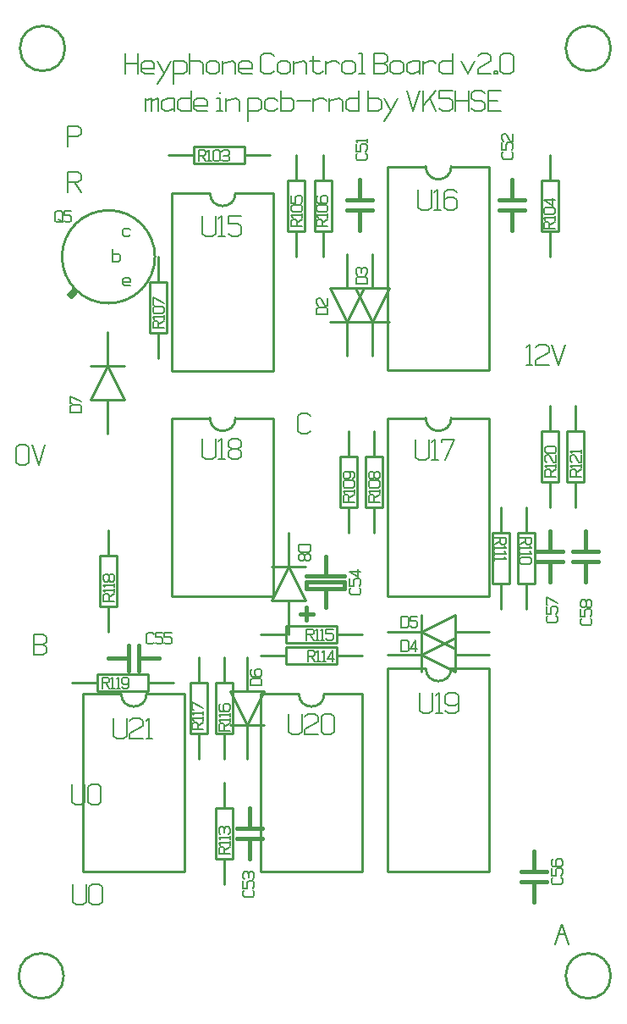
<source format=gbr>
G04 start of page 8 for group 1 layer_idx 8 *
G04 Title: (unknown), top_silk *
G04 Creator: pcb-rnd 2.1.0 *
G04 CreationDate: 2018-12-10 02:10:37 UTC *
G04 For: oscar *
G04 Format: Gerber/RS-274X *
G04 PCB-Dimensions: 244800 394800 *
G04 PCB-Coordinate-Origin: lower left *
%MOIN*%
%FSLAX25Y25*%
%LNTOPSILK*%
%ADD245C,0.0070*%
%ADD244C,0.0150*%
%ADD243C,0.0100*%
G54D243*X32500Y124800D02*Y54800D01*
Y124800D02*X47500D01*
X57500D02*X72500D01*
X28000Y129300D02*X38000D01*
X58000D02*X68000D01*
X58000Y125967D02*X38000D01*
X102500Y124800D02*X117500D01*
X88000Y99300D02*Y109300D01*
X84667D02*X91333D01*
X78000D02*Y99300D01*
X97000D02*Y112633D01*
X90334D02*X103666D01*
X72500Y54800D02*Y124800D01*
X91333Y79800D02*X84667D01*
X74667Y109300D02*X81333D01*
X90334Y125966D02*X103666D01*
X90334D02*X97000Y112633D01*
X103666Y125966D02*X97000Y112633D01*
G54D244*X98000Y67800D02*Y59800D01*
Y79800D02*Y71800D01*
X93000Y67800D02*X103000D01*
X93000Y71800D02*X103000D01*
G54D243*X88000Y49800D02*Y59800D01*
Y79800D02*Y89800D01*
X84667Y59800D02*X91333D01*
X84667D02*Y79800D01*
X91333D02*Y59800D01*
X88000Y129300D02*Y139300D01*
X78000D02*Y129300D01*
X97000Y125966D02*Y139300D01*
X84667Y109300D02*Y129300D01*
X81333D02*Y109300D01*
X74667D02*Y129300D01*
X91333D02*Y109300D01*
Y129300D02*X84667D01*
X81333D02*X74667D01*
X127500Y124800D02*X142500D01*
X72500Y54800D02*X32500D01*
X102500Y124800D02*Y54800D01*
X142500D02*X102500D01*
X142500D02*Y124800D01*
X38000Y132633D02*Y125967D01*
Y132633D02*X58000D01*
Y125967D02*Y132633D01*
X152500Y134800D02*Y54800D01*
X192500D02*X152500D01*
G54D244*X210000Y50800D02*Y42800D01*
Y62800D02*Y54800D01*
X205000Y50800D02*X215000D01*
X205000Y54800D02*X215000D01*
G54D243*X192500D02*Y134800D01*
X102500Y139800D02*X112500D01*
Y143133D02*Y136467D01*
Y143133D02*X132500D01*
Y139800D02*X142500D01*
X132500Y136467D02*X112500D01*
X132500D02*Y143133D01*
Y144967D02*X112500D01*
G54D244*X50500Y138800D02*X42500D01*
X62500D02*X54500D01*
X50500Y143800D02*Y133800D01*
X54500Y143800D02*Y133800D01*
G54D243*X152500Y134800D02*X167500D01*
X177500D02*X192500D01*
X102500Y148300D02*X112500D01*
X42500Y149300D02*Y159300D01*
X39167D02*X45833D01*
X120166Y161634D02*X106834D01*
G54D244*X118000Y156300D02*X123000D01*
X120500Y153800D02*Y158800D01*
G54D243*X132500Y148300D02*X142500D01*
X132500Y144967D02*Y151633D01*
X179166Y155966D02*Y142634D01*
Y155966D02*X165833Y149300D01*
X179166Y142634D02*X165833Y149300D01*
Y155966D02*Y142634D01*
X152500Y140300D02*X165833D01*
X179166Y146966D02*X165833Y140300D01*
X179166D02*X192500D01*
X179166Y146966D02*Y133634D01*
X165833Y140300D01*
Y146966D02*Y133634D01*
X112500Y151633D02*Y144967D01*
X113500Y161634D02*Y148300D01*
X112500Y151633D02*X132500D01*
X152500Y149300D02*X165833D01*
X179166D02*X192500D01*
X67500Y321800D02*Y251800D01*
Y321800D02*X82500D01*
X66000Y336800D02*X76000D01*
Y340133D02*Y333467D01*
X67500Y233300D02*Y163300D01*
X192500D02*Y233300D01*
X152500D02*X167500D01*
X177500D02*X192500D01*
Y252300D02*X152500D01*
X197000Y168300D02*Y158300D01*
X193667Y168300D02*Y188300D01*
X137000Y218300D02*Y228300D01*
X133667Y198300D02*Y218300D01*
X140333D02*Y198300D01*
Y218300D02*X133667D01*
X147000D02*Y228300D01*
X133667Y198300D02*X140333D01*
X143667D02*Y218300D01*
X152500Y233300D02*Y163300D01*
X137000Y188300D02*Y198300D01*
X147000Y188300D02*Y198300D01*
X143667D02*X150333D01*
Y218300D02*Y198300D01*
Y218300D02*X143667D01*
G54D244*X135500Y168800D02*Y166300D01*
G54D243*X113500Y188300D02*Y174967D01*
X120166Y161634D02*X113500Y174967D01*
G54D244*X120500Y171300D02*X135500D01*
X120500Y168800D02*X135500D01*
Y166300D02*X120500D01*
Y168800D01*
X128000Y166300D02*Y158800D01*
Y171300D02*Y178800D01*
G54D243*X107500Y163300D02*X67500D01*
X106834Y161634D02*X113500Y174967D01*
X120166D02*X106834D01*
X192500Y163300D02*X152500D01*
X197000Y198300D02*Y188300D01*
X200333D02*X193667D01*
X200333D02*Y168300D01*
X193667D02*X200333D01*
X203667D02*Y188300D01*
X216500Y228300D02*Y238300D01*
X213167Y208300D02*Y228300D01*
X219833D02*Y208300D01*
Y228300D02*X213167D01*
X207000Y198300D02*Y188300D01*
X216500Y198300D02*Y208300D01*
X213167D02*X219833D01*
X226500Y198300D02*Y208300D01*
X229833Y228300D02*Y208300D01*
X226500Y228300D02*Y238300D01*
X229833Y228300D02*X223167D01*
Y208300D02*X229833D01*
X223167D02*Y228300D01*
X207000Y168300D02*Y158300D01*
X203667Y168300D02*X210333D01*
Y188300D02*X203667D01*
X210333D02*Y168300D01*
G54D244*X216500Y176800D02*Y168800D01*
Y188800D02*Y180800D01*
X230500Y176800D02*Y168800D01*
Y188800D02*Y180800D01*
X225500Y176800D02*X235500D01*
X225500Y180800D02*X235500D01*
X211500Y176800D02*X221500D01*
X211500Y180800D02*X221500D01*
G54D243*X42500Y179300D02*Y189300D01*
X42000Y240634D02*Y227300D01*
X48666Y240634D02*X35334D01*
X42000Y253967D01*
X48666D02*X35334D01*
X39167Y159300D02*Y179300D01*
X45833D02*Y159300D01*
Y179300D02*X39167D01*
X107500Y251800D02*Y321800D01*
X92500D02*X107500D01*
X96000Y336800D02*X106000D01*
X107500Y163300D02*Y233300D01*
X67500D02*X82500D01*
X92500D02*X107500D01*
Y251800D02*X67500D01*
X152500Y332300D02*Y252300D01*
Y332300D02*X167500D01*
X177500D02*X192500D01*
Y252300D02*Y332300D01*
G54D244*X201500Y315300D02*Y307300D01*
X196500Y315300D02*X206500D01*
X196500Y319300D02*X206500D01*
G54D243*X216500Y326800D02*Y336800D01*
X213167Y306800D02*Y326800D01*
G54D244*X201500Y327300D02*Y319300D01*
G54D243*X216500Y296800D02*Y306800D01*
X213167D02*X219833D01*
Y326800D02*Y306800D01*
Y326800D02*X213167D01*
X136500Y257800D02*Y271133D01*
X146500Y257800D02*Y271133D01*
X136500Y284466D02*Y297800D01*
X146500Y284466D02*Y297800D01*
G54D244*X141500Y315300D02*Y307300D01*
Y327300D02*Y319300D01*
X136500Y315300D02*X146500D01*
X136500Y319300D02*X146500D01*
G54D243*X129834Y284466D02*X143166D01*
X139834D02*X153166D01*
X129834D02*X136500Y271133D01*
X143166Y284466D02*X136500Y271133D01*
X129834D02*X143166D01*
X139834Y284466D02*X146500Y271133D01*
X153166Y284466D02*X146500Y271133D01*
X139834D02*X153166D01*
X76000Y340133D02*X96000D01*
Y333467D02*X76000D01*
X96000D02*Y340133D01*
X116500Y326800D02*Y336800D01*
Y296800D02*Y306800D01*
X113167D02*X119833D01*
X113167D02*Y326800D01*
X119833D02*Y306800D01*
Y326800D02*X113167D01*
X123667Y306800D02*Y326800D01*
X127000Y336800D02*Y326800D01*
Y306800D02*Y296800D01*
X123667Y306800D02*X130333D01*
Y326800D02*X123667D01*
X130333D02*Y306800D01*
X62000Y286800D02*Y296800D01*
X58667Y266800D02*Y286800D01*
X65333D02*X58667D01*
X62000Y256800D02*Y266800D01*
X58667D02*X65333D01*
Y286800D02*Y266800D01*
X42000Y267300D02*Y253967D01*
X48666Y240634D02*X42000Y253967D01*
X29800Y282900D02*X27700Y280800D01*
X26500Y282000D02*X27700Y280800D01*
X29200Y283500D02*X27100Y281400D01*
X28600Y284100D02*X26500Y282000D01*
X82500Y233300D02*G75*G03X92500Y233300I5000J0D01*G01*
X82500Y321800D02*G75*G03X92500Y321800I5000J0D01*G01*
X7642Y378800D02*G75*G03X25358Y378800I8858J0D01*G01*
Y378800D02*G75*G03X7642Y378800I-8858J0D01*G01*
X60800Y296800D02*G75*G03X24200Y296800I-18300J0D01*G01*
G75*G03X60800Y296800I18300J0D01*G01*
X167500Y233300D02*G75*G03X177500Y233300I5000J0D01*G01*
X167500Y332300D02*G75*G03X177500Y332300I5000J0D01*G01*
X222642Y378800D02*G75*G03X240358Y378800I8858J0D01*G01*
Y378800D02*G75*G03X222642Y378800I-8858J0D01*G01*
X47500Y124800D02*G75*G03X57500Y124800I5000J0D01*G01*
X117500D02*G75*G03X127500Y124800I5000J0D01*G01*
X167500Y134800D02*G75*G03X177500Y134800I5000J0D01*G01*
X7142Y13800D02*G75*G03X24858Y13800I8858J0D01*G01*
G75*G03X7142Y13800I-8858J0D01*G01*
X222642D02*G75*G03X240358Y13800I8858J0D01*G01*
G75*G03X222642Y13800I-8858J0D01*G01*
G54D245*X144400Y286133D02*X140000D01*
Y288278D01*
X140550Y288993D01*
X143850D01*
X144400Y288278D01*
Y286133D01*
X140550Y289653D02*X140000Y290368D01*
Y291798D01*
X140550Y292513D01*
X141650D01*
X142200Y291798D01*
Y290368D01*
Y291798D01*
X142750Y292513D01*
X143850D01*
X144400Y291798D01*
Y290368D01*
X143850Y289653D01*
X128900Y274133D02*X124500D01*
Y276278D01*
X125050Y276993D01*
X128350D01*
X128900Y276278D01*
Y274133D01*
X125050Y277653D02*X124500Y278368D01*
Y279798D01*
X125050Y280513D01*
X126150D01*
X127800Y277653D01*
X128900D01*
Y280513D01*
X64400Y268800D02*X60000D01*
Y270945D01*
X60550Y271660D01*
X61650D01*
X62200Y270945D01*
Y268800D01*
Y270230D01*
X64400Y271660D01*
X60550Y272320D02*X60000Y273035D01*
X64400D01*
Y272320D01*
Y273750D01*
Y275125D02*X63850Y274410D01*
X60550D01*
X60000Y275125D01*
Y276555D01*
X60550Y277270D01*
X63850D01*
X64400Y276555D01*
Y275125D01*
X60550Y277930D02*X60000D01*
Y280790D01*
X64400Y278645D01*
X48000Y286700D02*X51120D01*
Y287900D01*
X50340Y288500D01*
X48780D01*
X48000Y287900D01*
Y286100D01*
X48780Y285500D01*
X51120D01*
X218400Y307800D02*X214000D01*
Y309945D01*
X214550Y310660D01*
X215650D01*
X216200Y309945D01*
Y307800D01*
Y309230D01*
X218400Y310660D01*
X214550Y311320D02*X214000Y312035D01*
X218400D01*
Y311320D01*
Y312750D01*
Y314125D02*X217850Y313410D01*
X214550D01*
X214000Y314125D01*
Y315555D01*
X214550Y316270D01*
X217850D01*
X218400Y315555D01*
Y314125D01*
Y319075D02*X214000D01*
X217300Y316930D01*
Y319790D01*
X164500Y323300D02*Y316300D01*
X165800Y315300D01*
X168400D01*
X169700Y316300D01*
Y323300D01*
X170900Y322300D02*X172200Y323300D01*
Y315300D01*
X170900D01*
X173500D01*
X174700Y319300D02*X176000Y320300D01*
X178600D01*
X179900Y319300D01*
Y316300D01*
X178600Y315300D01*
X176000D01*
X174700Y316300D01*
Y322300D01*
X176000Y323300D01*
X178600D01*
X179900Y322300D01*
X49000Y368800D02*Y376800D01*
Y372800D01*
X54200D01*
Y376800D01*
Y368800D01*
X55400Y370800D02*X60600D01*
Y372800D01*
X59300Y373800D01*
X56700D01*
X55400Y372800D01*
Y369800D01*
X56700Y368800D01*
X60600D01*
X61800Y364800D02*X64400Y368800D01*
X61800Y373800D01*
X64400Y368800D01*
X67000Y373800D01*
X68200Y364800D02*Y373800D01*
X72100D01*
X73400Y372800D01*
Y369800D01*
X72100Y368800D01*
X68200D01*
X74600D02*Y376800D01*
Y373800D01*
X78500D01*
X79800Y372800D01*
Y368800D01*
X82300D02*X81000Y369800D01*
Y372800D01*
X82300Y373800D01*
X84900D01*
X86200Y372800D01*
Y369800D01*
X84900Y368800D01*
X82300D01*
X87400D02*Y373800D01*
Y372800D01*
X91300Y373800D01*
X92600Y372800D01*
Y368800D01*
X93800Y370800D02*X99000D01*
Y372800D01*
X97700Y373800D01*
X95100D01*
X93800Y372800D01*
Y369800D01*
X95100Y368800D01*
X99000D01*
X107800Y375800D02*X106500Y376800D01*
X103900D01*
X102600Y375800D01*
Y369800D01*
X103900Y368800D01*
X106500D01*
X107800Y369800D01*
X110300Y368800D02*X109000Y369800D01*
Y372800D01*
X110300Y373800D01*
X112900D01*
X114200Y372800D01*
Y369800D01*
X112900Y368800D01*
X110300D01*
X115400D02*Y373800D01*
Y372800D01*
X119300Y373800D01*
X120600Y372800D01*
Y368800D01*
X121800Y373800D02*X125700D01*
X123100D01*
Y375800D01*
Y369800D01*
X124400Y368800D01*
X125700D01*
X127000Y369800D01*
X128200Y368800D02*Y373800D01*
Y372800D01*
X130800Y373800D01*
X132100D01*
X133400Y372800D01*
X135900Y368800D02*X134600Y369800D01*
Y372800D01*
X135900Y373800D01*
X138500D01*
X139800Y372800D01*
Y369800D01*
X138500Y368800D01*
X135900D01*
X141000Y376800D02*X142300D01*
Y368800D01*
X141000D01*
X143600D01*
X147200D02*Y376800D01*
X151100D01*
X152400Y375800D01*
Y373800D01*
X151100Y372800D01*
X147200D01*
X151100D01*
X152400Y371800D01*
Y369800D01*
X151100Y368800D01*
X147200D01*
X154900D02*X153600Y369800D01*
Y372800D01*
X154900Y373800D01*
X157500D01*
X158800Y372800D01*
Y369800D01*
X157500Y368800D01*
X154900D01*
X165200Y369800D02*X162600Y368800D01*
X161300D01*
X160000Y369800D01*
Y372800D01*
X162600Y373800D01*
X165200D01*
Y368800D01*
X166400D02*Y373800D01*
Y372800D01*
X169000Y373800D01*
X170300D01*
X171600Y372800D01*
X178000Y376800D02*Y368800D01*
X174100D01*
X172800Y369800D01*
Y372800D01*
X174100Y373800D01*
X178000D01*
X181600D02*X184200Y368800D01*
X186800Y373800D01*
X188000Y375800D02*X189300Y376800D01*
X191900D01*
X193200Y375800D01*
Y373800D01*
X188000Y370800D01*
Y368800D01*
X193200D01*
X194400D02*Y369800D01*
X195700D01*
Y368800D01*
X194400D01*
X198200D02*X196900Y369800D01*
Y375800D01*
X198200Y376800D01*
X200800D01*
X202100Y375800D01*
Y369800D01*
X200800Y368800D01*
X198200D01*
X57000Y354300D02*Y359300D01*
Y358300D01*
X59600Y359300D01*
Y354300D01*
Y358300D01*
X62200Y359300D01*
Y354300D01*
X68600Y355300D02*X66000Y354300D01*
X64700D01*
X63400Y355300D01*
Y358300D01*
X66000Y359300D01*
X68600D01*
Y354300D01*
X75000Y362300D02*Y354300D01*
X71100D01*
X69800Y355300D01*
Y358300D01*
X71100Y359300D01*
X75000D01*
X76200Y356300D02*X81400D01*
Y358300D01*
X80100Y359300D01*
X77500D01*
X76200Y358300D01*
Y355300D01*
X77500Y354300D01*
X81400D01*
X86300Y361300D03*
X85000Y359300D02*X86300D01*
Y354300D01*
X85000D01*
X87600D01*
X88800D02*Y359300D01*
Y358300D01*
X92700Y359300D01*
X94000Y358300D01*
Y354300D01*
X97600Y350300D02*Y359300D01*
X101500D01*
X102800Y358300D01*
Y355300D01*
X101500Y354300D01*
X97600D01*
X109200Y358300D02*X107900Y359300D01*
X105300D01*
X104000Y358300D01*
Y355300D01*
X105300Y354300D01*
X107900D01*
X109200Y355300D01*
X110400Y362300D02*Y354300D01*
X114300D01*
X115600Y355300D01*
Y358300D01*
X114300Y359300D01*
X110400D01*
X116800Y358300D02*X122000D01*
X123200Y354300D02*Y359300D01*
Y358300D01*
X125800Y359300D01*
X127100D01*
X128400Y358300D01*
X129600Y354300D02*Y359300D01*
Y358300D01*
X133500Y359300D01*
X134800Y358300D01*
Y354300D01*
X141200Y362300D02*Y354300D01*
X137300D01*
X136000Y355300D01*
Y358300D01*
X137300Y359300D01*
X141200D01*
X144800Y362300D02*Y354300D01*
X148700D01*
X150000Y355300D01*
Y358300D01*
X148700Y359300D01*
X144800D01*
X151200Y350300D02*X153800Y354300D01*
X151200Y359300D01*
X153800Y354300D01*
X156400Y359300D01*
X160000Y362300D02*X162600Y354300D01*
X165200Y362300D01*
X166400D02*Y354300D01*
Y356300D01*
X171600Y362300D01*
X169000Y359300D01*
X171600Y354300D01*
X172800Y355300D02*X174100Y354300D01*
X176700D01*
X178000Y355300D01*
Y358300D01*
X176700Y359300D01*
X172800D01*
Y362300D01*
X178000D01*
X179200Y354300D02*Y362300D01*
Y358300D01*
X184400D01*
Y362300D01*
Y354300D01*
X185600Y355300D02*X186900Y354300D01*
X189500D01*
X190800Y355300D01*
Y357300D01*
X189500Y358300D01*
X186900D01*
X185600Y359300D01*
Y361300D01*
X186900Y362300D01*
X189500D01*
X190800Y361300D01*
X197200Y362300D02*X192000D01*
Y358300D01*
X195900D01*
X192000D01*
Y354300D01*
X197200D01*
X79500Y225300D02*Y218300D01*
X80800Y217300D01*
X83400D01*
X84700Y218300D01*
Y225300D01*
X85900Y224300D02*X87200Y225300D01*
Y217300D01*
X85900D01*
X88500D01*
X91000Y221300D02*X89700Y222300D01*
Y224300D01*
X91000Y225300D01*
X93600D01*
X94900Y224300D01*
Y222300D01*
X93600Y221300D01*
X91000D01*
X89700Y220300D01*
Y218300D01*
X91000Y217300D01*
X93600D01*
X94900Y218300D01*
Y220300D01*
X93600Y221300D01*
X122200Y234300D02*X120900Y235300D01*
X118300D01*
X117000Y234300D01*
Y228300D01*
X118300Y227300D01*
X120900D01*
X122200Y228300D01*
X207000Y261300D02*X208300Y262300D01*
Y254300D01*
X207000D01*
X209600D01*
X210800Y261300D02*X212100Y262300D01*
X214700D01*
X216000Y261300D01*
Y259300D01*
X210800Y256300D01*
Y254300D01*
X216000D01*
X217200Y262300D02*X219800Y254300D01*
X222400Y262300D01*
X78000Y334400D02*Y338800D01*
X80145D01*
X80860Y338250D01*
Y337150D01*
X80145Y336600D01*
X78000D01*
X79430D01*
X80860Y334400D01*
X81520Y338250D02*X82235Y338800D01*
Y334400D01*
X81520D01*
X82950D01*
X84325D02*X83610Y334950D01*
Y338250D01*
X84325Y338800D01*
X85755D01*
X86470Y338250D01*
Y334950D01*
X85755Y334400D01*
X84325D01*
X87130Y338250D02*X87845Y338800D01*
X89275D01*
X89990Y338250D01*
Y337150D01*
X89275Y336600D01*
X87845D01*
X89275D01*
X89990Y336050D01*
Y334950D01*
X89275Y334400D01*
X87845D01*
X87130Y334950D01*
X79500Y312800D02*Y305800D01*
X80800Y304800D01*
X83400D01*
X84700Y305800D01*
Y312800D01*
X85900Y311800D02*X87200Y312800D01*
Y304800D01*
X85900D01*
X88500D01*
X89700Y305800D02*X91000Y304800D01*
X93600D01*
X94900Y305800D01*
Y308800D01*
X93600Y309800D01*
X89700D01*
Y312800D01*
X94900D01*
X44000Y299800D02*Y295000D01*
X46340D01*
X47120Y295600D01*
Y297400D01*
X46340Y298000D01*
X44000D01*
X51120Y307400D02*X50340Y308000D01*
X48780D01*
X48000Y307400D01*
Y305600D01*
X48780Y305000D01*
X50340D01*
X51120Y305600D01*
X44500Y115300D02*Y108300D01*
X45800Y107300D01*
X48400D01*
X49700Y108300D01*
Y115300D01*
X50900Y114300D02*X52200Y115300D01*
X54800D01*
X56100Y114300D01*
Y112300D01*
X50900Y109300D01*
Y107300D01*
X56100D01*
X57300Y114300D02*X58600Y115300D01*
Y107300D01*
X57300D01*
X59900D01*
X79900Y110800D02*X75500D01*
Y112945D01*
X76050Y113660D01*
X77150D01*
X77700Y112945D01*
Y110800D01*
Y112230D01*
X79900Y113660D01*
X76050Y114320D02*X75500Y115035D01*
X79900D01*
Y114320D01*
Y115750D01*
X76050Y116410D02*X75500Y117125D01*
X79900D01*
Y116410D01*
Y117840D01*
X76050Y118500D02*X75500D01*
Y121360D01*
X79900Y119215D01*
X90400Y110300D02*X86000D01*
Y112445D01*
X86550Y113160D01*
X87650D01*
X88200Y112445D01*
Y110300D01*
Y111730D01*
X90400Y113160D01*
X86550Y113820D02*X86000Y114535D01*
X90400D01*
Y113820D01*
Y115250D01*
X86550Y115910D02*X86000Y116625D01*
X90400D01*
Y115910D01*
Y117340D01*
X88200Y118000D02*X87650Y118715D01*
Y120145D01*
X88200Y120860D01*
X89850D01*
X90400Y120145D01*
Y118715D01*
X89850Y118000D01*
X86550D01*
X86000Y118715D01*
Y120145D01*
X86550Y120860D01*
X40000Y126900D02*Y131300D01*
X42145D01*
X42860Y130750D01*
Y129650D01*
X42145Y129100D01*
X40000D01*
X41430D01*
X42860Y126900D01*
X43520Y130750D02*X44235Y131300D01*
Y126900D01*
X43520D01*
X44950D01*
X45610Y130750D02*X46325Y131300D01*
Y126900D01*
X45610D01*
X47040D01*
X47700Y127450D02*X48415Y126900D01*
X49845D01*
X50560Y127450D01*
Y130750D01*
X49845Y131300D01*
X48415D01*
X47700Y130750D01*
Y129100D01*
X48415Y128550D01*
X49845D01*
X50560Y129100D01*
X60360Y148250D02*X59645Y148800D01*
X58215D01*
X57500Y148250D01*
Y144950D01*
X58215Y144400D01*
X59645D01*
X60360Y144950D01*
X61020D02*X61735Y144400D01*
X63165D01*
X63880Y144950D01*
Y146600D01*
X63165Y147150D01*
X61020D01*
Y148800D01*
X63880D01*
X64540Y144950D02*X65255Y144400D01*
X66685D01*
X67400Y144950D01*
Y146600D01*
X66685Y147150D01*
X64540D01*
Y148800D01*
X67400D01*
X28000Y89300D02*Y82300D01*
X29300Y81300D01*
X31900D01*
X33200Y82300D01*
Y89300D01*
X35700Y81300D02*X34400Y82300D01*
Y88300D01*
X35700Y89300D01*
X38300D01*
X39600Y88300D01*
Y82300D01*
X38300Y81300D01*
X35700D01*
X90400Y61800D02*X86000D01*
Y63945D01*
X86550Y64660D01*
X87650D01*
X88200Y63945D01*
Y61800D01*
Y63230D01*
X90400Y64660D01*
X86550Y65320D02*X86000Y66035D01*
X90400D01*
Y65320D01*
Y66750D01*
X86550Y67410D02*X86000Y68125D01*
X90400D01*
Y67410D01*
Y68840D01*
X86550Y69500D02*X86000Y70215D01*
Y71645D01*
X86550Y72360D01*
X87650D01*
X88200Y71645D01*
Y70215D01*
Y71645D01*
X88750Y72360D01*
X89850D01*
X90400Y71645D01*
Y70215D01*
X89850Y69500D01*
X28500Y49800D02*Y42800D01*
X29800Y41800D01*
X32400D01*
X33700Y42800D01*
Y49800D01*
X36200Y41800D02*X34900Y42800D01*
Y48800D01*
X36200Y49800D01*
X38800D01*
X40100Y48800D01*
Y42800D01*
X38800Y41800D01*
X36200D01*
X44900Y161300D02*X40500D01*
Y163445D01*
X41050Y164160D01*
X42150D01*
X42700Y163445D01*
Y161300D01*
Y162730D01*
X44900Y164160D01*
X41050Y164820D02*X40500Y165535D01*
X44900D01*
Y164820D01*
Y166250D01*
X41050Y166910D02*X40500Y167625D01*
X44900D01*
Y166910D01*
Y168340D01*
X42700Y169715D02*X42150Y169000D01*
X41050D01*
X40500Y169715D01*
Y171145D01*
X41050Y171860D01*
X42150D01*
X42700Y171145D01*
Y169715D01*
X43250Y169000D01*
X44350D01*
X44900Y169715D01*
Y171145D01*
X44350Y171860D01*
X43250D01*
X42700Y171145D01*
X13000Y140300D02*Y148300D01*
X16900D01*
X18200Y147300D01*
Y145300D01*
X16900Y144300D01*
X13000D01*
X16900D01*
X18200Y143300D01*
Y141300D01*
X16900Y140300D01*
X13000D01*
X217550Y52660D02*X217000Y51945D01*
Y50515D01*
X217550Y49800D01*
X220850D01*
X221400Y50515D01*
Y51945D01*
X220850Y52660D01*
Y53320D02*X221400Y54035D01*
Y55465D01*
X220850Y56180D01*
X219200D01*
X218650Y55465D01*
Y53320D01*
X217000D01*
Y56180D01*
X219200Y56840D02*X218650Y57555D01*
Y58985D01*
X219200Y59700D01*
X220850D01*
X221400Y58985D01*
Y57555D01*
X220850Y56840D01*
X217550D01*
X217000Y57555D01*
Y58985D01*
X217550Y59700D01*
X102900Y128133D02*X98500D01*
Y130278D01*
X99050Y130993D01*
X102350D01*
X102900Y130278D01*
Y128133D01*
X100700Y131653D02*X100150Y132368D01*
Y133798D01*
X100700Y134513D01*
X102350D01*
X102900Y133798D01*
Y132368D01*
X102350Y131653D01*
X99050D01*
X98500Y132368D01*
Y133798D01*
X99050Y134513D01*
X96050Y47660D02*X95500Y46945D01*
Y45515D01*
X96050Y44800D01*
X99350D01*
X99900Y45515D01*
Y46945D01*
X99350Y47660D01*
Y48320D02*X99900Y49035D01*
Y50465D01*
X99350Y51180D01*
X97700D01*
X97150Y50465D01*
Y48320D01*
X95500D01*
Y51180D01*
X96050Y51840D02*X95500Y52555D01*
Y53985D01*
X96050Y54700D01*
X97150D01*
X97700Y53985D01*
Y52555D01*
Y53985D01*
X98250Y54700D01*
X99350D01*
X99900Y53985D01*
Y52555D01*
X99350Y51840D01*
X165000Y125300D02*Y118300D01*
X166300Y117300D01*
X168900D01*
X170200Y118300D01*
Y125300D01*
X171400Y124300D02*X172700Y125300D01*
Y117300D01*
X171400D01*
X174000D01*
X175200Y118300D02*X176500Y117300D01*
X179100D01*
X180400Y118300D01*
Y124300D01*
X179100Y125300D01*
X176500D01*
X175200Y124300D01*
Y121300D01*
X176500Y120300D01*
X179100D01*
X180400Y121300D01*
X113500Y116800D02*Y109800D01*
X114800Y108800D01*
X117400D01*
X118700Y109800D01*
Y116800D01*
X119900Y115800D02*X121200Y116800D01*
X123800D01*
X125100Y115800D01*
Y113800D01*
X119900Y110800D01*
Y108800D01*
X125100D01*
X127600D02*X126300Y109800D01*
Y115800D01*
X127600Y116800D01*
X130200D01*
X131500Y115800D01*
Y109800D01*
X130200Y108800D01*
X127600D01*
X218500Y26300D02*X221100Y34300D01*
X222400Y30300D01*
X219800D01*
X222400D01*
X223700Y26300D01*
X121000Y137400D02*Y141800D01*
X123145D01*
X123860Y141250D01*
Y140150D01*
X123145Y139600D01*
X121000D01*
X122430D01*
X123860Y137400D01*
X124520Y141250D02*X125235Y141800D01*
Y137400D01*
X124520D01*
X125950D01*
X126610Y141250D02*X127325Y141800D01*
Y137400D01*
X126610D01*
X128040D01*
X130845D02*Y141800D01*
X128700Y138500D01*
X131560D01*
X120500Y145900D02*Y150300D01*
X122645D01*
X123360Y149750D01*
Y148650D01*
X122645Y148100D01*
X120500D01*
X121930D01*
X123360Y145900D01*
X124020Y149750D02*X124735Y150300D01*
Y145900D01*
X124020D01*
X125450D01*
X126110Y149750D02*X126825Y150300D01*
Y145900D01*
X126110D01*
X127540D01*
X128200Y146450D02*X128915Y145900D01*
X130345D01*
X131060Y146450D01*
Y148100D01*
X130345Y148650D01*
X128200D01*
Y150300D01*
X131060D01*
X117600Y183467D02*X122000D01*
Y181322D01*
X121450Y180607D01*
X118150D01*
X117600Y181322D01*
Y183467D01*
X119800Y179232D02*X120350Y179947D01*
X121450D01*
X122000Y179232D01*
Y177802D01*
X121450Y177087D01*
X120350D01*
X119800Y177802D01*
Y179232D01*
X119250Y179947D01*
X118150D01*
X117600Y179232D01*
Y177802D01*
X118150Y177087D01*
X119250D01*
X119800Y177802D01*
X138050Y166660D02*X137500Y165945D01*
Y164515D01*
X138050Y163800D01*
X141350D01*
X141900Y164515D01*
Y165945D01*
X141350Y166660D01*
Y167320D02*X141900Y168035D01*
Y169465D01*
X141350Y170180D01*
X139700D01*
X139150Y169465D01*
Y167320D01*
X137500D01*
Y170180D01*
X141900Y172985D02*X137500D01*
X140800Y170840D01*
Y173700D01*
X139400Y200300D02*X135000D01*
Y202445D01*
X135550Y203160D01*
X136650D01*
X137200Y202445D01*
Y200300D01*
Y201730D01*
X139400Y203160D01*
X135550Y203820D02*X135000Y204535D01*
X139400D01*
Y203820D01*
Y205250D01*
Y206625D02*X138850Y205910D01*
X135550D01*
X135000Y206625D01*
Y208055D01*
X135550Y208770D01*
X138850D01*
X139400Y208055D01*
Y206625D01*
X138850Y209430D02*X139400Y210145D01*
Y211575D01*
X138850Y212290D01*
X135550D01*
X135000Y211575D01*
Y210145D01*
X135550Y209430D01*
X137200D01*
X137750Y210145D01*
Y211575D01*
X137200Y212290D01*
X149400Y200300D02*X145000D01*
Y202445D01*
X145550Y203160D01*
X146650D01*
X147200Y202445D01*
Y200300D01*
Y201730D01*
X149400Y203160D01*
X145550Y203820D02*X145000Y204535D01*
X149400D01*
Y203820D01*
Y205250D01*
Y206625D02*X148850Y205910D01*
X145550D01*
X145000Y206625D01*
Y208055D01*
X145550Y208770D01*
X148850D01*
X149400Y208055D01*
Y206625D01*
X147200Y210145D02*X146650Y209430D01*
X145550D01*
X145000Y210145D01*
Y211575D01*
X145550Y212290D01*
X146650D01*
X147200Y211575D01*
Y210145D01*
X147750Y209430D01*
X148850D01*
X149400Y210145D01*
Y211575D01*
X148850Y212290D01*
X147750D01*
X147200Y211575D01*
X228900Y210300D02*X224500D01*
Y212445D01*
X225050Y213160D01*
X226150D01*
X226700Y212445D01*
Y210300D01*
Y211730D01*
X228900Y213160D01*
X225050Y213820D02*X224500Y214535D01*
X228900D01*
Y213820D01*
Y215250D01*
X225050Y215910D02*X224500Y216625D01*
Y218055D01*
X225050Y218770D01*
X226150D01*
X227800Y215910D01*
X228900D01*
Y218770D01*
X225050Y219430D02*X224500Y220145D01*
X228900D01*
Y219430D01*
Y220860D01*
X218900Y210300D02*X214500D01*
Y212445D01*
X215050Y213160D01*
X216150D01*
X216700Y212445D01*
Y210300D01*
Y211730D01*
X218900Y213160D01*
X215050Y213820D02*X214500Y214535D01*
X218900D01*
Y213820D01*
Y215250D01*
X215050Y215910D02*X214500Y216625D01*
Y218055D01*
X215050Y218770D01*
X216150D01*
X217800Y215910D01*
X218900D01*
Y218770D01*
Y220145D02*X218350Y219430D01*
X215050D01*
X214500Y220145D01*
Y221575D01*
X215050Y222290D01*
X218350D01*
X218900Y221575D01*
Y220145D01*
X204600Y186300D02*X209000D01*
Y184155D01*
X208450Y183440D01*
X207350D01*
X206800Y184155D01*
Y186300D01*
Y184870D01*
X204600Y183440D01*
X208450Y182780D02*X209000Y182065D01*
X204600D01*
Y182780D01*
Y181350D01*
X208450Y180690D02*X209000Y179975D01*
X204600D01*
Y180690D01*
Y179260D01*
Y177885D02*X205150Y178600D01*
X208450D01*
X209000Y177885D01*
Y176455D01*
X208450Y175740D01*
X205150D01*
X204600Y176455D01*
Y177885D01*
X194600Y186300D02*X199000D01*
Y184155D01*
X198450Y183440D01*
X197350D01*
X196800Y184155D01*
Y186300D01*
Y184870D01*
X194600Y183440D01*
X198450Y182780D02*X199000Y182065D01*
X194600D01*
Y182780D01*
Y181350D01*
X198450Y180690D02*X199000Y179975D01*
X194600D01*
Y180690D01*
Y179260D01*
X198450Y178600D02*X199000Y177885D01*
X194600D01*
Y178600D01*
Y177170D01*
X163500Y224800D02*Y217800D01*
X164800Y216800D01*
X167400D01*
X168700Y217800D01*
Y224800D01*
X169900Y223800D02*X171200Y224800D01*
Y216800D01*
X169900D01*
X172500D01*
X173700Y223800D02*Y224800D01*
X178900D01*
X175000Y216800D01*
X229050Y154660D02*X228500Y153945D01*
Y152515D01*
X229050Y151800D01*
X232350D01*
X232900Y152515D01*
Y153945D01*
X232350Y154660D01*
Y155320D02*X232900Y156035D01*
Y157465D01*
X232350Y158180D01*
X230700D01*
X230150Y157465D01*
Y155320D01*
X228500D01*
Y158180D01*
X230700Y159555D02*X230150Y158840D01*
X229050D01*
X228500Y159555D01*
Y160985D01*
X229050Y161700D01*
X230150D01*
X230700Y160985D01*
Y159555D01*
X231250Y158840D01*
X232350D01*
X232900Y159555D01*
Y160985D01*
X232350Y161700D01*
X231250D01*
X230700Y160985D01*
X215550Y155660D02*X215000Y154945D01*
Y153515D01*
X215550Y152800D01*
X218850D01*
X219400Y153515D01*
Y154945D01*
X218850Y155660D01*
Y156320D02*X219400Y157035D01*
Y158465D01*
X218850Y159180D01*
X217200D01*
X216650Y158465D01*
Y156320D01*
X215000D01*
Y159180D01*
X215550Y159840D02*X215000D01*
Y162700D01*
X219400Y160555D01*
X157833Y141400D02*Y145800D01*
X159978D01*
X160693Y145250D01*
Y141950D01*
X159978Y141400D01*
X157833D01*
X163498D02*Y145800D01*
X161353Y142500D01*
X164213D01*
X157833Y150900D02*Y155300D01*
X159978D01*
X160693Y154750D01*
Y151450D01*
X159978Y150900D01*
X157833D01*
X161353Y151450D02*X162068Y150900D01*
X163498D01*
X164213Y151450D01*
Y153100D01*
X163498Y153650D01*
X161353D01*
Y155300D01*
X164213D01*
X118900Y308800D02*X114500D01*
Y310945D01*
X115050Y311660D01*
X116150D01*
X116700Y310945D01*
Y308800D01*
Y310230D01*
X118900Y311660D01*
X115050Y312320D02*X114500Y313035D01*
X118900D01*
Y312320D01*
Y313750D01*
Y315125D02*X118350Y314410D01*
X115050D01*
X114500Y315125D01*
Y316555D01*
X115050Y317270D01*
X118350D01*
X118900Y316555D01*
Y315125D01*
X118350Y317930D02*X118900Y318645D01*
Y320075D01*
X118350Y320790D01*
X116700D01*
X116150Y320075D01*
Y317930D01*
X114500D01*
Y320790D01*
X128900Y308800D02*X124500D01*
Y310945D01*
X125050Y311660D01*
X126150D01*
X126700Y310945D01*
Y308800D01*
Y310230D01*
X128900Y311660D01*
X125050Y312320D02*X124500Y313035D01*
X128900D01*
Y312320D01*
Y313750D01*
Y315125D02*X128350Y314410D01*
X125050D01*
X124500Y315125D01*
Y316555D01*
X125050Y317270D01*
X128350D01*
X128900Y316555D01*
Y315125D01*
X126700Y317930D02*X126150Y318645D01*
Y320075D01*
X126700Y320790D01*
X128350D01*
X128900Y320075D01*
Y318645D01*
X128350Y317930D01*
X125050D01*
X124500Y318645D01*
Y320075D01*
X125050Y320790D01*
X140550Y337660D02*X140000Y336945D01*
Y335515D01*
X140550Y334800D01*
X143850D01*
X144400Y335515D01*
Y336945D01*
X143850Y337660D01*
Y338320D02*X144400Y339035D01*
Y340465D01*
X143850Y341180D01*
X142200D01*
X141650Y340465D01*
Y338320D01*
X140000D01*
Y341180D01*
X140550Y341840D02*X140000Y342555D01*
X144400D01*
Y341840D01*
Y343270D01*
X198050Y338160D02*X197500Y337445D01*
Y336015D01*
X198050Y335300D01*
X201350D01*
X201900Y336015D01*
Y337445D01*
X201350Y338160D01*
Y338820D02*X201900Y339535D01*
Y340965D01*
X201350Y341680D01*
X199700D01*
X199150Y340965D01*
Y338820D01*
X197500D01*
Y341680D01*
X198050Y342340D02*X197500Y343055D01*
Y344485D01*
X198050Y345200D01*
X199150D01*
X200800Y342340D01*
X201900D01*
Y345200D01*
X31900Y235633D02*X27500D01*
Y237778D01*
X28050Y238493D01*
X31350D01*
X31900Y237778D01*
Y235633D01*
X28050Y239153D02*X27500D01*
Y242013D01*
X31900Y239868D01*
X26500Y340300D02*Y348300D01*
X30400D01*
X31700Y347300D01*
Y345300D01*
X30400Y344300D01*
X26500D01*
Y322300D02*Y330300D01*
X30400D01*
X31700Y329300D01*
Y327300D01*
X30400Y326300D01*
X26500D01*
X29100D01*
X31700Y322300D01*
X22215Y310400D02*X21500Y310950D01*
Y314250D01*
X22215Y314800D01*
X23645D01*
X24360Y314250D01*
Y310950D01*
X23645Y310400D01*
X22215D01*
X22930Y311500D02*X24360Y310400D01*
X25020Y310950D02*X25735Y310400D01*
X27165D01*
X27880Y310950D01*
Y312600D01*
X27165Y313150D01*
X25020D01*
Y314800D01*
X27880D01*
X7300Y214800D02*X6000Y215800D01*
Y221800D01*
X7300Y222800D01*
X9900D01*
X11200Y221800D01*
Y215800D01*
X9900Y214800D01*
X7300D01*
X12400Y222800D02*X15000Y214800D01*
X17600Y222800D01*
M02*

</source>
